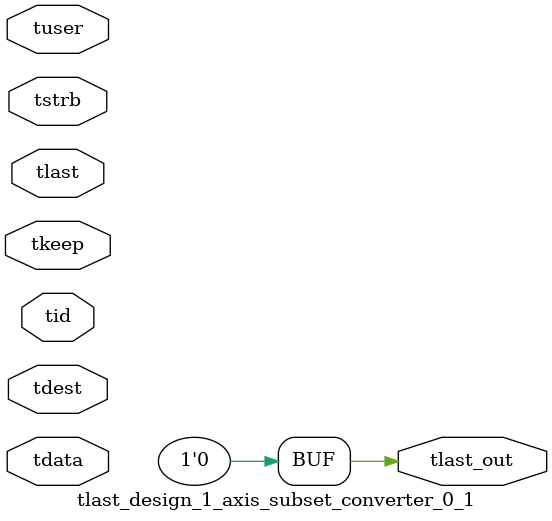
<source format=v>


`timescale 1ps/1ps

module tlast_design_1_axis_subset_converter_0_1 #
(
parameter C_S_AXIS_TID_WIDTH   = 1,
parameter C_S_AXIS_TUSER_WIDTH = 0,
parameter C_S_AXIS_TDATA_WIDTH = 0,
parameter C_S_AXIS_TDEST_WIDTH = 0
)
(
input  [(C_S_AXIS_TID_WIDTH   == 0 ? 1 : C_S_AXIS_TID_WIDTH)-1:0       ] tid,
input  [(C_S_AXIS_TDATA_WIDTH == 0 ? 1 : C_S_AXIS_TDATA_WIDTH)-1:0     ] tdata,
input  [(C_S_AXIS_TUSER_WIDTH == 0 ? 1 : C_S_AXIS_TUSER_WIDTH)-1:0     ] tuser,
input  [(C_S_AXIS_TDEST_WIDTH == 0 ? 1 : C_S_AXIS_TDEST_WIDTH)-1:0     ] tdest,
input  [(C_S_AXIS_TDATA_WIDTH/8)-1:0 ] tkeep,
input  [(C_S_AXIS_TDATA_WIDTH/8)-1:0 ] tstrb,
input  [0:0]                                                             tlast,
output                                                                   tlast_out
);

assign tlast_out = {1'b0};

endmodule


</source>
